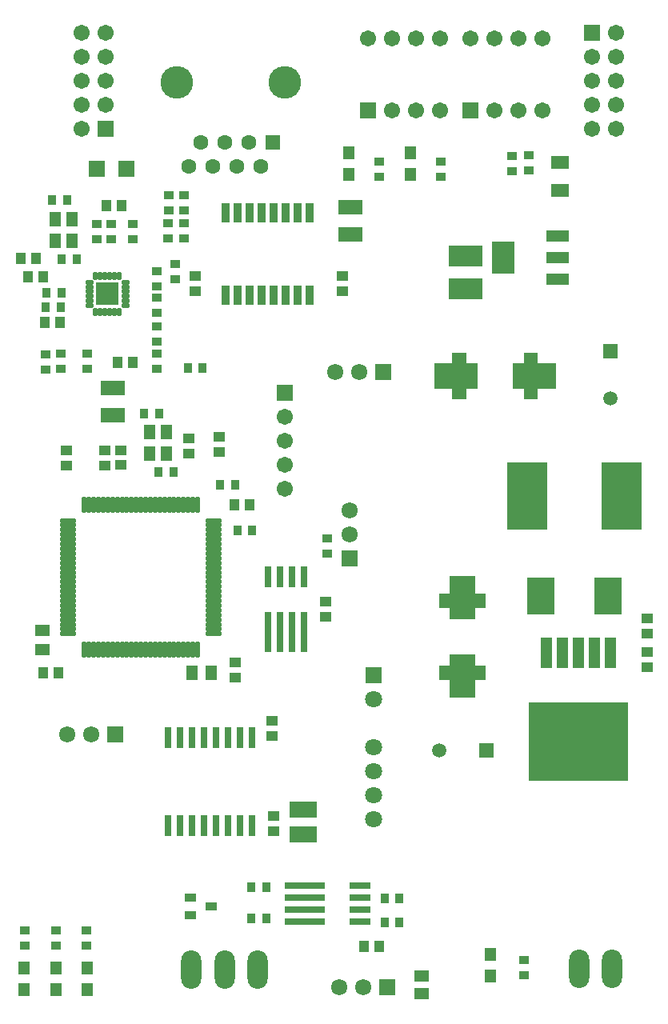
<source format=gts>
G04*
G04 #@! TF.GenerationSoftware,Altium Limited,Altium Designer,20.0.13 (296)*
G04*
G04 Layer_Color=8388736*
%FSLAX44Y44*%
%MOMM*%
G71*
G01*
G75*
%ADD55R,1.0200X0.8200*%
%ADD56R,2.3200X0.7200*%
%ADD57R,4.3200X0.7200*%
%ADD58R,1.9200X1.4700*%
%ADD59R,2.9232X1.7332*%
%ADD60R,1.2032X1.0032*%
%ADD61R,0.8200X1.0200*%
%ADD62R,1.0032X1.2032*%
%ADD63R,1.2200X1.3700*%
%ADD64R,1.8032X1.8032*%
%ADD65R,2.5200X1.6200*%
%ADD66R,0.8432X2.1082*%
%ADD67R,1.5200X1.2200*%
%ADD68R,0.8032X2.2632*%
%ADD69R,1.2200X0.9200*%
%ADD70R,0.7200X2.3200*%
%ADD71R,0.7200X4.3200*%
%ADD72R,1.1700X3.3200*%
%ADD73R,10.5700X8.4200*%
%ADD74R,2.3532X3.4532*%
%ADD75R,2.3532X1.1532*%
%ADD76R,2.9972X4.0132*%
%ADD77R,1.3032X1.5032*%
G04:AMPARAMS|DCode=78|XSize=1.7632mm|YSize=0.4832mm|CornerRadius=0.1366mm|HoleSize=0mm|Usage=FLASHONLY|Rotation=270.000|XOffset=0mm|YOffset=0mm|HoleType=Round|Shape=RoundedRectangle|*
%AMROUNDEDRECTD78*
21,1,1.7632,0.2100,0,0,270.0*
21,1,1.4900,0.4832,0,0,270.0*
1,1,0.2732,-0.1050,-0.7450*
1,1,0.2732,-0.1050,0.7450*
1,1,0.2732,0.1050,0.7450*
1,1,0.2732,0.1050,-0.7450*
%
%ADD78ROUNDEDRECTD78*%
G04:AMPARAMS|DCode=79|XSize=1.7632mm|YSize=0.4832mm|CornerRadius=0.1366mm|HoleSize=0mm|Usage=FLASHONLY|Rotation=0.000|XOffset=0mm|YOffset=0mm|HoleType=Round|Shape=RoundedRectangle|*
%AMROUNDEDRECTD79*
21,1,1.7632,0.2100,0,0,0.0*
21,1,1.4900,0.4832,0,0,0.0*
1,1,0.2732,0.7450,-0.1050*
1,1,0.2732,-0.7450,-0.1050*
1,1,0.2732,-0.7450,0.1050*
1,1,0.2732,0.7450,0.1050*
%
%ADD79ROUNDEDRECTD79*%
%ADD80R,1.2032X1.6032*%
G04:AMPARAMS|DCode=81|XSize=0.4832mm|YSize=0.8932mm|CornerRadius=0.1716mm|HoleSize=0mm|Usage=FLASHONLY|Rotation=270.000|XOffset=0mm|YOffset=0mm|HoleType=Round|Shape=RoundedRectangle|*
%AMROUNDEDRECTD81*
21,1,0.4832,0.5500,0,0,270.0*
21,1,0.1400,0.8932,0,0,270.0*
1,1,0.3432,-0.2750,-0.0700*
1,1,0.3432,-0.2750,0.0700*
1,1,0.3432,0.2750,0.0700*
1,1,0.3432,0.2750,-0.0700*
%
%ADD81ROUNDEDRECTD81*%
G04:AMPARAMS|DCode=82|XSize=0.4832mm|YSize=0.8932mm|CornerRadius=0.1716mm|HoleSize=0mm|Usage=FLASHONLY|Rotation=0.000|XOffset=0mm|YOffset=0mm|HoleType=Round|Shape=RoundedRectangle|*
%AMROUNDEDRECTD82*
21,1,0.4832,0.5500,0,0,0.0*
21,1,0.1400,0.8932,0,0,0.0*
1,1,0.3432,0.0700,-0.2750*
1,1,0.3432,-0.0700,-0.2750*
1,1,0.3432,-0.0700,0.2750*
1,1,0.3432,0.0700,0.2750*
%
%ADD82ROUNDEDRECTD82*%
%ADD83R,2.4892X2.4892*%
%ADD84R,3.6200X2.2700*%
%ADD85R,4.2032X7.2032*%
%ADD86R,1.6032X1.2032*%
%ADD87C,1.7032*%
%ADD88R,1.7032X1.7032*%
%ADD89C,1.7200*%
%ADD90R,1.7200X1.7200*%
%ADD91C,1.8032*%
%ADD92R,1.8032X1.8032*%
%ADD93O,2.1336X4.0640*%
%ADD94R,1.6012X1.6012*%
%ADD95C,3.4532*%
%ADD96C,1.6012*%
%ADD97C,1.5200*%
%ADD98R,1.5200X1.5200*%
%ADD99R,1.5200X1.5200*%
%ADD100R,1.7200X1.7200*%
G36*
X473250Y386750D02*
Y398750D01*
X500250D01*
Y386750D01*
X511250D01*
Y371750D01*
X500250D01*
Y352750D01*
X473250D01*
Y371750D01*
X462250D01*
Y386750D01*
X473250D01*
D02*
G37*
G36*
Y462750D02*
Y481750D01*
X500250D01*
Y462750D01*
X511250D01*
Y447750D01*
X500250D01*
Y435750D01*
X473250D01*
Y447750D01*
X462250D01*
Y462750D01*
X473250D01*
D02*
G37*
G36*
X475500Y680250D02*
X456500D01*
Y707250D01*
X475500D01*
Y718250D01*
X490500D01*
Y707250D01*
X502500D01*
Y680250D01*
X490500D01*
Y669250D01*
X475500D01*
Y680250D01*
D02*
G37*
G36*
X551500D02*
X539500D01*
Y707250D01*
X551500D01*
Y718250D01*
X566500D01*
Y707250D01*
X585500D01*
Y680250D01*
X566500D01*
Y669250D01*
X551500D01*
Y680250D01*
D02*
G37*
D55*
X343500Y505250D02*
D03*
Y521250D02*
D03*
X463250Y920250D02*
D03*
Y904250D02*
D03*
X539000Y910500D02*
D03*
Y926500D02*
D03*
X45500Y716500D02*
D03*
Y700500D02*
D03*
X99250Y838250D02*
D03*
Y854250D02*
D03*
X137500Y854250D02*
D03*
Y838250D02*
D03*
X182500Y796000D02*
D03*
Y812000D02*
D03*
X115000Y838250D02*
D03*
Y854250D02*
D03*
X89000Y717000D02*
D03*
Y701000D02*
D03*
X556750Y926750D02*
D03*
Y910750D02*
D03*
X175250Y839250D02*
D03*
Y855250D02*
D03*
X163000Y745500D02*
D03*
Y729500D02*
D03*
X191500Y885000D02*
D03*
Y869000D02*
D03*
X191500Y839250D02*
D03*
Y855250D02*
D03*
X175500Y885000D02*
D03*
Y869000D02*
D03*
X88498Y106500D02*
D03*
Y90500D02*
D03*
X56747Y106500D02*
D03*
Y90500D02*
D03*
X23498Y106500D02*
D03*
Y90500D02*
D03*
X398249Y904250D02*
D03*
Y920250D02*
D03*
X61500Y701000D02*
D03*
Y717000D02*
D03*
X552000Y59000D02*
D03*
Y75000D02*
D03*
X163000Y701250D02*
D03*
Y717250D02*
D03*
Y804250D02*
D03*
Y788250D02*
D03*
Y760000D02*
D03*
Y776000D02*
D03*
D56*
X377750Y115550D02*
D03*
Y128250D02*
D03*
Y140950D02*
D03*
Y153650D02*
D03*
D57*
X319750Y115550D02*
D03*
Y128250D02*
D03*
Y140950D02*
D03*
Y153650D02*
D03*
D58*
X589500Y889750D02*
D03*
Y919250D02*
D03*
D59*
X317750Y207840D02*
D03*
Y234660D02*
D03*
D60*
X286500Y227500D02*
D03*
Y211500D02*
D03*
X681750Y401250D02*
D03*
Y385250D02*
D03*
X204000Y783500D02*
D03*
Y799500D02*
D03*
X359250Y783500D02*
D03*
Y799501D02*
D03*
X285000Y328750D02*
D03*
Y312750D02*
D03*
X681750Y420749D02*
D03*
Y436750D02*
D03*
X229000Y629250D02*
D03*
Y613250D02*
D03*
X197250Y627250D02*
D03*
Y611250D02*
D03*
X341500Y438500D02*
D03*
Y454500D02*
D03*
X245750Y390250D02*
D03*
Y374250D02*
D03*
X67000Y598500D02*
D03*
Y614500D02*
D03*
X124750Y615000D02*
D03*
Y599000D02*
D03*
X107750Y614750D02*
D03*
Y598750D02*
D03*
D61*
X420000Y114750D02*
D03*
X404000D02*
D03*
X420000Y140500D02*
D03*
X404000D02*
D03*
X279000Y152000D02*
D03*
X263000D02*
D03*
X279000Y119000D02*
D03*
X263000D02*
D03*
X61750Y766000D02*
D03*
X45750D02*
D03*
X52500Y880000D02*
D03*
X68500D02*
D03*
X78250Y816750D02*
D03*
X62250D02*
D03*
X211750Y702000D02*
D03*
X195750D02*
D03*
X246250Y578250D02*
D03*
X230250D02*
D03*
X264250Y529750D02*
D03*
X248250D02*
D03*
X46000Y781500D02*
D03*
X62000D02*
D03*
X180500Y591500D02*
D03*
X164500D02*
D03*
X165694Y653250D02*
D03*
X149694D02*
D03*
D62*
X398500Y89500D02*
D03*
X382500D02*
D03*
X121575Y707675D02*
D03*
X137575D02*
D03*
X26750Y798500D02*
D03*
X42750D02*
D03*
X19000Y818000D02*
D03*
X35000D02*
D03*
X245250Y556750D02*
D03*
X261250D02*
D03*
X59000Y379500D02*
D03*
X43000D02*
D03*
X109500Y874000D02*
D03*
X125500D02*
D03*
X60750Y749750D02*
D03*
X44750D02*
D03*
D63*
X366500Y907000D02*
D03*
Y930000D02*
D03*
X431501Y907000D02*
D03*
Y930000D02*
D03*
X22750Y66750D02*
D03*
Y43750D02*
D03*
X56000Y66750D02*
D03*
Y43750D02*
D03*
X89250Y66750D02*
D03*
Y43750D02*
D03*
X516250Y81500D02*
D03*
Y58500D02*
D03*
D64*
X131250Y912500D02*
D03*
X99250D02*
D03*
D65*
X116250Y680500D02*
D03*
Y651500D02*
D03*
X367750Y872000D02*
D03*
Y843000D02*
D03*
D66*
X325200Y866325D02*
D03*
X312500D02*
D03*
X299800D02*
D03*
X287100D02*
D03*
X274400D02*
D03*
X261700D02*
D03*
X249000D02*
D03*
X236300D02*
D03*
X325200Y778670D02*
D03*
X312500D02*
D03*
X299800D02*
D03*
X287100D02*
D03*
X274400D02*
D03*
X261700Y778675D02*
D03*
X249000D02*
D03*
X236300D02*
D03*
D67*
X443250Y58500D02*
D03*
Y39500D02*
D03*
D68*
X263950Y310650D02*
D03*
X251250D02*
D03*
X238550D02*
D03*
X225850D02*
D03*
X213150D02*
D03*
X200450D02*
D03*
X187750D02*
D03*
X175050D02*
D03*
Y217850D02*
D03*
X187750D02*
D03*
X200450D02*
D03*
X213150D02*
D03*
X225850D02*
D03*
X238550D02*
D03*
X251250D02*
D03*
X263950D02*
D03*
D69*
X198250Y141500D02*
D03*
Y122500D02*
D03*
X220750Y132000D02*
D03*
D70*
X318800Y480750D02*
D03*
X306100D02*
D03*
X293400D02*
D03*
X280700D02*
D03*
D71*
X318800Y422750D02*
D03*
X306100D02*
D03*
X293400D02*
D03*
X280700D02*
D03*
D72*
X643500Y400750D02*
D03*
X626500D02*
D03*
X609500D02*
D03*
X592500D02*
D03*
X575500D02*
D03*
D73*
X609500Y306250D02*
D03*
D74*
X529500Y818750D02*
D03*
D75*
X587500Y841750D02*
D03*
Y818750D02*
D03*
Y795750D02*
D03*
D76*
X640435Y460750D02*
D03*
X569065D02*
D03*
D77*
X173500Y634000D02*
D03*
Y611000D02*
D03*
X155500D02*
D03*
Y634000D02*
D03*
X55750Y836750D02*
D03*
Y859750D02*
D03*
X73750D02*
D03*
Y836750D02*
D03*
D78*
X206250Y403700D02*
D03*
X201250D02*
D03*
X196250D02*
D03*
X191250D02*
D03*
X186250D02*
D03*
X181250D02*
D03*
X176250D02*
D03*
X171250D02*
D03*
X166250D02*
D03*
X161250D02*
D03*
X156250D02*
D03*
X151250D02*
D03*
X146250D02*
D03*
X141250D02*
D03*
X136250D02*
D03*
X131250D02*
D03*
X126250D02*
D03*
X121250D02*
D03*
X116250D02*
D03*
X111250D02*
D03*
X106250D02*
D03*
X101250D02*
D03*
X96250D02*
D03*
X91250D02*
D03*
X86250D02*
D03*
Y557300D02*
D03*
X91250D02*
D03*
X96250D02*
D03*
X101250D02*
D03*
X106250D02*
D03*
X111250D02*
D03*
X116250D02*
D03*
X121250D02*
D03*
X126250D02*
D03*
X131250D02*
D03*
X136250D02*
D03*
X141250D02*
D03*
X146250D02*
D03*
X151250D02*
D03*
X156250D02*
D03*
X161250D02*
D03*
X166250D02*
D03*
X171250D02*
D03*
X176250D02*
D03*
X181250D02*
D03*
X186250D02*
D03*
X191250D02*
D03*
X196250D02*
D03*
X201250D02*
D03*
X206250D02*
D03*
D79*
X223050Y540500D02*
D03*
Y535500D02*
D03*
Y530500D02*
D03*
Y525500D02*
D03*
Y520500D02*
D03*
Y515500D02*
D03*
Y510500D02*
D03*
Y505500D02*
D03*
Y500500D02*
D03*
Y495500D02*
D03*
Y490500D02*
D03*
Y485500D02*
D03*
Y480500D02*
D03*
Y475500D02*
D03*
Y470500D02*
D03*
Y465500D02*
D03*
Y460500D02*
D03*
Y455500D02*
D03*
Y450500D02*
D03*
Y445500D02*
D03*
Y440500D02*
D03*
Y435500D02*
D03*
Y430500D02*
D03*
Y425500D02*
D03*
Y420500D02*
D03*
X69450D02*
D03*
Y425500D02*
D03*
Y430500D02*
D03*
Y435500D02*
D03*
Y440500D02*
D03*
Y445500D02*
D03*
Y450500D02*
D03*
Y455500D02*
D03*
Y460500D02*
D03*
Y465500D02*
D03*
Y470500D02*
D03*
Y475500D02*
D03*
Y480500D02*
D03*
Y485500D02*
D03*
Y490500D02*
D03*
Y495500D02*
D03*
Y500500D02*
D03*
Y505500D02*
D03*
Y510500D02*
D03*
Y515500D02*
D03*
Y520500D02*
D03*
Y525500D02*
D03*
Y530500D02*
D03*
Y535500D02*
D03*
Y540500D02*
D03*
D80*
X220500Y379000D02*
D03*
X200500D02*
D03*
D81*
X129750Y767750D02*
D03*
Y772750D02*
D03*
Y792750D02*
D03*
Y787750D02*
D03*
Y777750D02*
D03*
Y782750D02*
D03*
X91850D02*
D03*
Y777750D02*
D03*
Y787750D02*
D03*
Y792750D02*
D03*
Y772750D02*
D03*
Y767750D02*
D03*
D82*
X123300Y761300D02*
D03*
X118300D02*
D03*
X98300D02*
D03*
X103300D02*
D03*
X113300D02*
D03*
X108300D02*
D03*
X123300Y799200D02*
D03*
X118300D02*
D03*
X98300D02*
D03*
X103300D02*
D03*
X113300D02*
D03*
X108300D02*
D03*
D83*
X110800Y780250D02*
D03*
D84*
X489500Y785500D02*
D03*
Y820500D02*
D03*
D85*
X655000Y566000D02*
D03*
X555000D02*
D03*
D86*
X42000Y403750D02*
D03*
Y423750D02*
D03*
D87*
X83100Y1057000D02*
D03*
X108500D02*
D03*
X83100Y1006200D02*
D03*
X108500D02*
D03*
X83100Y980800D02*
D03*
X108500D02*
D03*
X83100Y955400D02*
D03*
X108500Y1031600D02*
D03*
X83100D02*
D03*
X648900Y955400D02*
D03*
X623500D02*
D03*
X648900Y1006200D02*
D03*
X623500D02*
D03*
X648900Y1031600D02*
D03*
X623500D02*
D03*
X648900Y1057000D02*
D03*
X623500Y980800D02*
D03*
X648900D02*
D03*
X298750Y573700D02*
D03*
Y599100D02*
D03*
Y624500D02*
D03*
Y649900D02*
D03*
X411800Y974150D02*
D03*
X437200D02*
D03*
X462600D02*
D03*
X386400Y1050350D02*
D03*
X411800D02*
D03*
X437200D02*
D03*
X462600D02*
D03*
X520300Y974150D02*
D03*
X545700D02*
D03*
X571100D02*
D03*
X494900Y1050350D02*
D03*
X520300D02*
D03*
X545700D02*
D03*
X571100D02*
D03*
D88*
X108500Y955400D02*
D03*
X623500Y1057000D02*
D03*
X298750Y675300D02*
D03*
X386400Y974150D02*
D03*
X494900D02*
D03*
D89*
X377500Y697250D02*
D03*
X352100D02*
D03*
X93750Y314250D02*
D03*
X68350D02*
D03*
X381850Y46250D02*
D03*
X356450D02*
D03*
X367000Y550900D02*
D03*
Y525500D02*
D03*
D90*
X402900Y697250D02*
D03*
X119150Y314250D02*
D03*
X407250Y46250D02*
D03*
D91*
X392750Y224450D02*
D03*
Y249850D02*
D03*
Y275250D02*
D03*
Y300650D02*
D03*
Y351450D02*
D03*
D92*
Y376850D02*
D03*
D93*
X199750Y65365D02*
D03*
X234750D02*
D03*
X269750D02*
D03*
X610250Y66230D02*
D03*
X645250D02*
D03*
D94*
X285700Y940250D02*
D03*
D95*
X298400Y1003750D02*
D03*
X184100D02*
D03*
D96*
X273000Y914850D02*
D03*
X260300Y940250D02*
D03*
X247600Y914850D02*
D03*
X234900Y940250D02*
D03*
X222200Y914850D02*
D03*
X209500Y940250D02*
D03*
X196800Y914850D02*
D03*
D97*
X462000Y297250D02*
D03*
X643000Y670000D02*
D03*
D98*
X512000Y297250D02*
D03*
D99*
X643000Y720000D02*
D03*
D100*
X367000Y500100D02*
D03*
M02*

</source>
